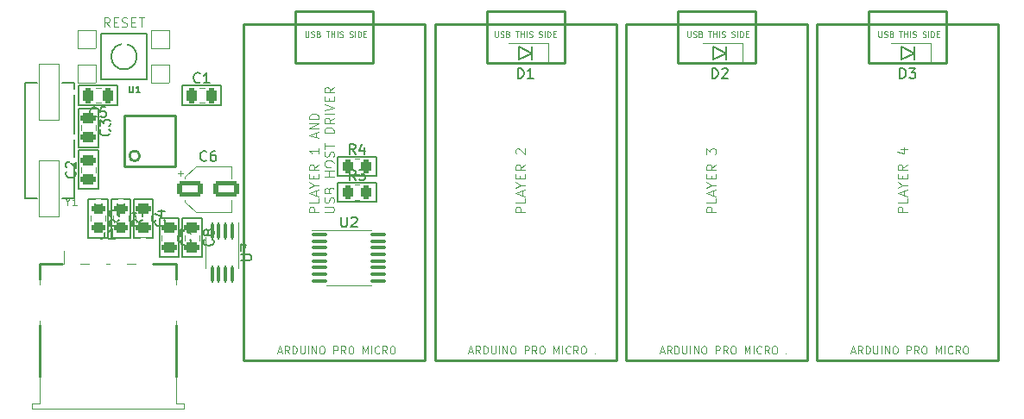
<source format=gbr>
%TF.GenerationSoftware,KiCad,Pcbnew,(6.0.7)*%
%TF.CreationDate,2022-08-19T11:16:44-06:00*%
%TF.ProjectId,ogx360,6f677833-3630-42e6-9b69-6361645f7063,rev?*%
%TF.SameCoordinates,Original*%
%TF.FileFunction,Legend,Top*%
%TF.FilePolarity,Positive*%
%FSLAX46Y46*%
G04 Gerber Fmt 4.6, Leading zero omitted, Abs format (unit mm)*
G04 Created by KiCad (PCBNEW (6.0.7)) date 2022-08-19 11:16:44*
%MOMM*%
%LPD*%
G01*
G04 APERTURE LIST*
G04 Aperture macros list*
%AMRoundRect*
0 Rectangle with rounded corners*
0 $1 Rounding radius*
0 $2 $3 $4 $5 $6 $7 $8 $9 X,Y pos of 4 corners*
0 Add a 4 corners polygon primitive as box body*
4,1,4,$2,$3,$4,$5,$6,$7,$8,$9,$2,$3,0*
0 Add four circle primitives for the rounded corners*
1,1,$1+$1,$2,$3*
1,1,$1+$1,$4,$5*
1,1,$1+$1,$6,$7*
1,1,$1+$1,$8,$9*
0 Add four rect primitives between the rounded corners*
20,1,$1+$1,$2,$3,$4,$5,0*
20,1,$1+$1,$4,$5,$6,$7,0*
20,1,$1+$1,$6,$7,$8,$9,0*
20,1,$1+$1,$8,$9,$2,$3,0*%
G04 Aperture macros list end*
%ADD10C,0.200000*%
%ADD11C,0.254000*%
%ADD12C,0.048768*%
%ADD13C,0.081280*%
%ADD14C,0.150000*%
%ADD15C,0.065024*%
%ADD16C,0.073842*%
%ADD17C,0.120000*%
%ADD18C,0.127000*%
%ADD19RoundRect,0.250000X-1.050000X-0.550000X1.050000X-0.550000X1.050000X0.550000X-1.050000X0.550000X0*%
%ADD20R,0.254000X1.143000*%
%ADD21R,1.143000X0.254000*%
%ADD22RoundRect,0.250000X-0.262500X-0.450000X0.262500X-0.450000X0.262500X0.450000X-0.262500X0.450000X0*%
%ADD23R,0.900000X1.200000*%
%ADD24C,1.981600*%
%ADD25RoundRect,0.250000X0.475000X-0.250000X0.475000X0.250000X-0.475000X0.250000X-0.475000X-0.250000X0*%
%ADD26R,1.250000X3.000000*%
%ADD27C,3.000000*%
%ADD28RoundRect,0.250000X0.250000X0.475000X-0.250000X0.475000X-0.250000X-0.475000X0.250000X-0.475000X0*%
%ADD29RoundRect,0.100000X-0.100000X0.712500X-0.100000X-0.712500X0.100000X-0.712500X0.100000X0.712500X0*%
%ADD30RoundRect,0.250000X-0.475000X0.250000X-0.475000X-0.250000X0.475000X-0.250000X0.475000X0.250000X0*%
%ADD31RoundRect,0.050800X-0.889000X-0.889000X0.889000X-0.889000X0.889000X0.889000X-0.889000X0.889000X0*%
%ADD32RoundRect,0.050800X-0.889000X-0.889500X0.889000X-0.889500X0.889000X0.889500X-0.889000X0.889500X0*%
%ADD33RoundRect,0.250000X-0.450000X0.262500X-0.450000X-0.262500X0.450000X-0.262500X0.450000X0.262500X0*%
%ADD34RoundRect,0.050800X1.000000X-2.750000X1.000000X2.750000X-1.000000X2.750000X-1.000000X-2.750000X0*%
%ADD35RoundRect,0.100000X-0.637500X-0.100000X0.637500X-0.100000X0.637500X0.100000X-0.637500X0.100000X0*%
%ADD36RoundRect,0.250000X-0.250000X-0.475000X0.250000X-0.475000X0.250000X0.475000X-0.250000X0.475000X0*%
%ADD37C,0.609600*%
%ADD38C,0.800000*%
G04 APERTURE END LIST*
D10*
X185661100Y-91573700D02*
X186931100Y-90938700D01*
X105016100Y-94113700D02*
X108826100Y-94113700D01*
X118986100Y-96018700D02*
X115176100Y-96018700D01*
X118986100Y-94113700D02*
X118986100Y-96018700D01*
X106921100Y-96336200D02*
X106921100Y-100146200D01*
X112953600Y-110941200D02*
X112953600Y-107131200D01*
X105968600Y-105226200D02*
X107873600Y-105226200D01*
X149466100Y-90938700D02*
X148196100Y-90303700D01*
X108826100Y-94113700D02*
X108826100Y-96018700D01*
X112953600Y-107131200D02*
X114858600Y-107131200D01*
X110413600Y-105226200D02*
X112318600Y-105226200D01*
X130416100Y-103003700D02*
X130416100Y-101098700D01*
X106921100Y-100463700D02*
X106921100Y-104273700D01*
X114858600Y-107131200D02*
X114858600Y-110941200D01*
X168516100Y-90938700D02*
X167246100Y-90303700D01*
X149466100Y-90303700D02*
X149466100Y-91573700D01*
X110096100Y-109036200D02*
X108191100Y-109036200D01*
X105016100Y-100146200D02*
X105016100Y-96336200D01*
D11*
X101206100Y-113163700D02*
X101206100Y-111576200D01*
D10*
X112318600Y-105226200D02*
X112318600Y-109036200D01*
X112318600Y-109036200D02*
X110413600Y-109036200D01*
X117081100Y-107131200D02*
X117081100Y-110941200D01*
X115176100Y-94113700D02*
X118986100Y-94113700D01*
X107873600Y-109036200D02*
X105968600Y-109036200D01*
X105968600Y-109036200D02*
X105968600Y-105226200D01*
X130416100Y-101098700D02*
X134226100Y-101098700D01*
D11*
X114541100Y-122688700D02*
X114541100Y-117608700D01*
D10*
X105016100Y-96018700D02*
X105016100Y-94113700D01*
X167246100Y-91573700D02*
X168516100Y-90938700D01*
X185661100Y-90303700D02*
X185661100Y-91573700D01*
X186931100Y-90938700D02*
X185661100Y-90303700D01*
X134226100Y-101098700D02*
X134226100Y-103003700D01*
X105016100Y-100463700D02*
X106921100Y-100463700D01*
X148196100Y-90303700D02*
X148196100Y-91573700D01*
X134226100Y-105543700D02*
X130416100Y-105543700D01*
X110413600Y-109036200D02*
X110413600Y-105226200D01*
X106921100Y-100146200D02*
X105016100Y-100146200D01*
X110096100Y-105226200D02*
X110096100Y-109036200D01*
X115176100Y-107131200D02*
X117081100Y-107131200D01*
X168516100Y-90303700D02*
X168516100Y-91573700D01*
X108826100Y-96018700D02*
X105016100Y-96018700D01*
D11*
X114541100Y-111576200D02*
X114541100Y-113163700D01*
D10*
X114858600Y-110941200D02*
X112953600Y-110941200D01*
X134226100Y-103003700D02*
X130416100Y-103003700D01*
D11*
X101206100Y-111576200D02*
X103428600Y-111576200D01*
D10*
X130416100Y-105543700D02*
X130416100Y-103638700D01*
X108191100Y-105226200D02*
X110096100Y-105226200D01*
D11*
X101206100Y-122688700D02*
X101206100Y-117608700D01*
D10*
X115176100Y-110941200D02*
X115176100Y-107131200D01*
X105016100Y-96336200D02*
X106921100Y-96336200D01*
X107873600Y-105226200D02*
X107873600Y-109036200D01*
X130416100Y-103638700D02*
X134226100Y-103638700D01*
X186931100Y-90303700D02*
X186931100Y-91573700D01*
X108191100Y-109036200D02*
X108191100Y-105226200D01*
X115176100Y-96018700D02*
X115176100Y-94113700D01*
X148196100Y-91573700D02*
X149466100Y-90938700D01*
X117081100Y-110941200D02*
X115176100Y-110941200D01*
D11*
X112318600Y-111576200D02*
X114541100Y-111576200D01*
D10*
X167246100Y-90303700D02*
X167246100Y-91573700D01*
X106921100Y-104273700D02*
X105016100Y-104273700D01*
X105016100Y-104273700D02*
X105016100Y-100463700D01*
X134226100Y-103638700D02*
X134226100Y-105543700D01*
D12*
X183445080Y-88763661D02*
X183445080Y-89217668D01*
X183471786Y-89271081D01*
X183498493Y-89297787D01*
X183551905Y-89324493D01*
X183658730Y-89324493D01*
X183712143Y-89297787D01*
X183738849Y-89271081D01*
X183765556Y-89217668D01*
X183765556Y-88763661D01*
X184005912Y-89297787D02*
X184086031Y-89324493D01*
X184219562Y-89324493D01*
X184272975Y-89297787D01*
X184299681Y-89271081D01*
X184326388Y-89217668D01*
X184326388Y-89164256D01*
X184299681Y-89110843D01*
X184272975Y-89084137D01*
X184219562Y-89057430D01*
X184112737Y-89030724D01*
X184059325Y-89004018D01*
X184032618Y-88977312D01*
X184005912Y-88923899D01*
X184005912Y-88870486D01*
X184032618Y-88817074D01*
X184059325Y-88790368D01*
X184112737Y-88763661D01*
X184246269Y-88763661D01*
X184326388Y-88790368D01*
X184753688Y-89030724D02*
X184833807Y-89057430D01*
X184860513Y-89084137D01*
X184887220Y-89137549D01*
X184887220Y-89217668D01*
X184860513Y-89271081D01*
X184833807Y-89297787D01*
X184780394Y-89324493D01*
X184566744Y-89324493D01*
X184566744Y-88763661D01*
X184753688Y-88763661D01*
X184807101Y-88790368D01*
X184833807Y-88817074D01*
X184860513Y-88870486D01*
X184860513Y-88923899D01*
X184833807Y-88977312D01*
X184807101Y-89004018D01*
X184753688Y-89030724D01*
X184566744Y-89030724D01*
X185474758Y-88763661D02*
X185795233Y-88763661D01*
X185634996Y-89324493D02*
X185634996Y-88763661D01*
X185982177Y-89324493D02*
X185982177Y-88763661D01*
X185982177Y-89030724D02*
X186302653Y-89030724D01*
X186302653Y-89324493D02*
X186302653Y-88763661D01*
X186569716Y-89324493D02*
X186569716Y-88763661D01*
X186810072Y-89297787D02*
X186890191Y-89324493D01*
X187023722Y-89324493D01*
X187077135Y-89297787D01*
X187103841Y-89271081D01*
X187130548Y-89217668D01*
X187130548Y-89164256D01*
X187103841Y-89110843D01*
X187077135Y-89084137D01*
X187023722Y-89057430D01*
X186916897Y-89030724D01*
X186863485Y-89004018D01*
X186836778Y-88977312D01*
X186810072Y-88923899D01*
X186810072Y-88870486D01*
X186836778Y-88817074D01*
X186863485Y-88790368D01*
X186916897Y-88763661D01*
X187050429Y-88763661D01*
X187130548Y-88790368D01*
X187771498Y-89297787D02*
X187851617Y-89324493D01*
X187985149Y-89324493D01*
X188038561Y-89297787D01*
X188065268Y-89271081D01*
X188091974Y-89217668D01*
X188091974Y-89164256D01*
X188065268Y-89110843D01*
X188038561Y-89084137D01*
X187985149Y-89057430D01*
X187878324Y-89030724D01*
X187824911Y-89004018D01*
X187798205Y-88977312D01*
X187771498Y-88923899D01*
X187771498Y-88870486D01*
X187798205Y-88817074D01*
X187824911Y-88790368D01*
X187878324Y-88763661D01*
X188011855Y-88763661D01*
X188091974Y-88790368D01*
X188332330Y-89324493D02*
X188332330Y-88763661D01*
X188599393Y-89324493D02*
X188599393Y-88763661D01*
X188732925Y-88763661D01*
X188813044Y-88790368D01*
X188866456Y-88843780D01*
X188893162Y-88897193D01*
X188919869Y-89004018D01*
X188919869Y-89084137D01*
X188893162Y-89190962D01*
X188866456Y-89244374D01*
X188813044Y-89297787D01*
X188732925Y-89324493D01*
X188599393Y-89324493D01*
X189160225Y-89030724D02*
X189347169Y-89030724D01*
X189427288Y-89324493D02*
X189160225Y-89324493D01*
X189160225Y-88763661D01*
X189427288Y-88763661D01*
D13*
X167519089Y-106538315D02*
X166584369Y-106538315D01*
X166584369Y-106182231D01*
X166628880Y-106093210D01*
X166673390Y-106048700D01*
X166762411Y-106004189D01*
X166895942Y-106004189D01*
X166984963Y-106048700D01*
X167029474Y-106093210D01*
X167073984Y-106182231D01*
X167073984Y-106538315D01*
X167519089Y-105158490D02*
X167519089Y-105603595D01*
X166584369Y-105603595D01*
X167252026Y-104891428D02*
X167252026Y-104446323D01*
X167519089Y-104980448D02*
X166584369Y-104668875D01*
X167519089Y-104357302D01*
X167073984Y-103867687D02*
X167519089Y-103867687D01*
X166584369Y-104179260D02*
X167073984Y-103867687D01*
X166584369Y-103556113D01*
X167029474Y-103244540D02*
X167029474Y-102932967D01*
X167519089Y-102799435D02*
X167519089Y-103244540D01*
X166584369Y-103244540D01*
X166584369Y-102799435D01*
X167519089Y-101864715D02*
X167073984Y-102176288D01*
X167519089Y-102398841D02*
X166584369Y-102398841D01*
X166584369Y-102042757D01*
X166628880Y-101953736D01*
X166673390Y-101909226D01*
X166762411Y-101864715D01*
X166895942Y-101864715D01*
X166984963Y-101909226D01*
X167029474Y-101953736D01*
X167073984Y-102042757D01*
X167073984Y-102398841D01*
X166584369Y-100840974D02*
X166584369Y-100262338D01*
X166940453Y-100573911D01*
X166940453Y-100440380D01*
X166984963Y-100351359D01*
X167029474Y-100306848D01*
X167118495Y-100262338D01*
X167341047Y-100262338D01*
X167430068Y-100306848D01*
X167474579Y-100351359D01*
X167519089Y-100440380D01*
X167519089Y-100707443D01*
X167474579Y-100796464D01*
X167430068Y-100840974D01*
X186251589Y-106538315D02*
X185316869Y-106538315D01*
X185316869Y-106182231D01*
X185361380Y-106093210D01*
X185405890Y-106048700D01*
X185494911Y-106004189D01*
X185628442Y-106004189D01*
X185717463Y-106048700D01*
X185761974Y-106093210D01*
X185806484Y-106182231D01*
X185806484Y-106538315D01*
X186251589Y-105158490D02*
X186251589Y-105603595D01*
X185316869Y-105603595D01*
X185984526Y-104891428D02*
X185984526Y-104446323D01*
X186251589Y-104980448D02*
X185316869Y-104668875D01*
X186251589Y-104357302D01*
X185806484Y-103867687D02*
X186251589Y-103867687D01*
X185316869Y-104179260D02*
X185806484Y-103867687D01*
X185316869Y-103556113D01*
X185761974Y-103244540D02*
X185761974Y-102932967D01*
X186251589Y-102799435D02*
X186251589Y-103244540D01*
X185316869Y-103244540D01*
X185316869Y-102799435D01*
X186251589Y-101864715D02*
X185806484Y-102176288D01*
X186251589Y-102398841D02*
X185316869Y-102398841D01*
X185316869Y-102042757D01*
X185361380Y-101953736D01*
X185405890Y-101909226D01*
X185494911Y-101864715D01*
X185628442Y-101864715D01*
X185717463Y-101909226D01*
X185761974Y-101953736D01*
X185806484Y-102042757D01*
X185806484Y-102398841D01*
X185628442Y-100351359D02*
X186251589Y-100351359D01*
X185272359Y-100573911D02*
X185940016Y-100796464D01*
X185940016Y-100217828D01*
D12*
X127247580Y-88763661D02*
X127247580Y-89217668D01*
X127274286Y-89271081D01*
X127300993Y-89297787D01*
X127354405Y-89324493D01*
X127461230Y-89324493D01*
X127514643Y-89297787D01*
X127541349Y-89271081D01*
X127568056Y-89217668D01*
X127568056Y-88763661D01*
X127808412Y-89297787D02*
X127888531Y-89324493D01*
X128022062Y-89324493D01*
X128075475Y-89297787D01*
X128102181Y-89271081D01*
X128128888Y-89217668D01*
X128128888Y-89164256D01*
X128102181Y-89110843D01*
X128075475Y-89084137D01*
X128022062Y-89057430D01*
X127915237Y-89030724D01*
X127861825Y-89004018D01*
X127835118Y-88977312D01*
X127808412Y-88923899D01*
X127808412Y-88870486D01*
X127835118Y-88817074D01*
X127861825Y-88790368D01*
X127915237Y-88763661D01*
X128048769Y-88763661D01*
X128128888Y-88790368D01*
X128556188Y-89030724D02*
X128636307Y-89057430D01*
X128663013Y-89084137D01*
X128689720Y-89137549D01*
X128689720Y-89217668D01*
X128663013Y-89271081D01*
X128636307Y-89297787D01*
X128582894Y-89324493D01*
X128369244Y-89324493D01*
X128369244Y-88763661D01*
X128556188Y-88763661D01*
X128609601Y-88790368D01*
X128636307Y-88817074D01*
X128663013Y-88870486D01*
X128663013Y-88923899D01*
X128636307Y-88977312D01*
X128609601Y-89004018D01*
X128556188Y-89030724D01*
X128369244Y-89030724D01*
X129277258Y-88763661D02*
X129597733Y-88763661D01*
X129437496Y-89324493D02*
X129437496Y-88763661D01*
X129784677Y-89324493D02*
X129784677Y-88763661D01*
X129784677Y-89030724D02*
X130105153Y-89030724D01*
X130105153Y-89324493D02*
X130105153Y-88763661D01*
X130372216Y-89324493D02*
X130372216Y-88763661D01*
X130612572Y-89297787D02*
X130692691Y-89324493D01*
X130826222Y-89324493D01*
X130879635Y-89297787D01*
X130906341Y-89271081D01*
X130933048Y-89217668D01*
X130933048Y-89164256D01*
X130906341Y-89110843D01*
X130879635Y-89084137D01*
X130826222Y-89057430D01*
X130719397Y-89030724D01*
X130665985Y-89004018D01*
X130639278Y-88977312D01*
X130612572Y-88923899D01*
X130612572Y-88870486D01*
X130639278Y-88817074D01*
X130665985Y-88790368D01*
X130719397Y-88763661D01*
X130852929Y-88763661D01*
X130933048Y-88790368D01*
X131573998Y-89297787D02*
X131654117Y-89324493D01*
X131787649Y-89324493D01*
X131841061Y-89297787D01*
X131867768Y-89271081D01*
X131894474Y-89217668D01*
X131894474Y-89164256D01*
X131867768Y-89110843D01*
X131841061Y-89084137D01*
X131787649Y-89057430D01*
X131680824Y-89030724D01*
X131627411Y-89004018D01*
X131600705Y-88977312D01*
X131573998Y-88923899D01*
X131573998Y-88870486D01*
X131600705Y-88817074D01*
X131627411Y-88790368D01*
X131680824Y-88763661D01*
X131814355Y-88763661D01*
X131894474Y-88790368D01*
X132134830Y-89324493D02*
X132134830Y-88763661D01*
X132401893Y-89324493D02*
X132401893Y-88763661D01*
X132535425Y-88763661D01*
X132615544Y-88790368D01*
X132668956Y-88843780D01*
X132695662Y-88897193D01*
X132722369Y-89004018D01*
X132722369Y-89084137D01*
X132695662Y-89190962D01*
X132668956Y-89244374D01*
X132615544Y-89297787D01*
X132535425Y-89324493D01*
X132401893Y-89324493D01*
X132962725Y-89030724D02*
X133149669Y-89030724D01*
X133229788Y-89324493D02*
X132962725Y-89324493D01*
X132962725Y-88763661D01*
X133229788Y-88763661D01*
D13*
X148786589Y-106538315D02*
X147851869Y-106538315D01*
X147851869Y-106182231D01*
X147896380Y-106093210D01*
X147940890Y-106048700D01*
X148029911Y-106004189D01*
X148163442Y-106004189D01*
X148252463Y-106048700D01*
X148296974Y-106093210D01*
X148341484Y-106182231D01*
X148341484Y-106538315D01*
X148786589Y-105158490D02*
X148786589Y-105603595D01*
X147851869Y-105603595D01*
X148519526Y-104891428D02*
X148519526Y-104446323D01*
X148786589Y-104980448D02*
X147851869Y-104668875D01*
X148786589Y-104357302D01*
X148341484Y-103867687D02*
X148786589Y-103867687D01*
X147851869Y-104179260D02*
X148341484Y-103867687D01*
X147851869Y-103556113D01*
X148296974Y-103244540D02*
X148296974Y-102932967D01*
X148786589Y-102799435D02*
X148786589Y-103244540D01*
X147851869Y-103244540D01*
X147851869Y-102799435D01*
X148786589Y-101864715D02*
X148341484Y-102176288D01*
X148786589Y-102398841D02*
X147851869Y-102398841D01*
X147851869Y-102042757D01*
X147896380Y-101953736D01*
X147940890Y-101909226D01*
X148029911Y-101864715D01*
X148163442Y-101864715D01*
X148252463Y-101909226D01*
X148296974Y-101953736D01*
X148341484Y-102042757D01*
X148341484Y-102398841D01*
X147940890Y-100796464D02*
X147896380Y-100751953D01*
X147851869Y-100662932D01*
X147851869Y-100440380D01*
X147896380Y-100351359D01*
X147940890Y-100306848D01*
X148029911Y-100262338D01*
X148118932Y-100262338D01*
X148252463Y-100306848D01*
X148786589Y-100840974D01*
X148786589Y-100262338D01*
X108048110Y-88354189D02*
X107736536Y-87909084D01*
X107513984Y-88354189D02*
X107513984Y-87419469D01*
X107870068Y-87419469D01*
X107959089Y-87463980D01*
X108003599Y-87508490D01*
X108048110Y-87597511D01*
X108048110Y-87731042D01*
X108003599Y-87820063D01*
X107959089Y-87864574D01*
X107870068Y-87909084D01*
X107513984Y-87909084D01*
X108448704Y-87864574D02*
X108760277Y-87864574D01*
X108893809Y-88354189D02*
X108448704Y-88354189D01*
X108448704Y-87419469D01*
X108893809Y-87419469D01*
X109249892Y-88309679D02*
X109383424Y-88354189D01*
X109605976Y-88354189D01*
X109694997Y-88309679D01*
X109739508Y-88265168D01*
X109784018Y-88176147D01*
X109784018Y-88087126D01*
X109739508Y-87998105D01*
X109694997Y-87953595D01*
X109605976Y-87909084D01*
X109427934Y-87864574D01*
X109338913Y-87820063D01*
X109294403Y-87775553D01*
X109249892Y-87686532D01*
X109249892Y-87597511D01*
X109294403Y-87508490D01*
X109338913Y-87463980D01*
X109427934Y-87419469D01*
X109650487Y-87419469D01*
X109784018Y-87463980D01*
X110184612Y-87864574D02*
X110496186Y-87864574D01*
X110629717Y-88354189D02*
X110184612Y-88354189D01*
X110184612Y-87419469D01*
X110629717Y-87419469D01*
X110896780Y-87419469D02*
X111430906Y-87419469D01*
X111163843Y-88354189D02*
X111163843Y-87419469D01*
D12*
X164712580Y-88763661D02*
X164712580Y-89217668D01*
X164739286Y-89271081D01*
X164765993Y-89297787D01*
X164819405Y-89324493D01*
X164926230Y-89324493D01*
X164979643Y-89297787D01*
X165006349Y-89271081D01*
X165033056Y-89217668D01*
X165033056Y-88763661D01*
X165273412Y-89297787D02*
X165353531Y-89324493D01*
X165487062Y-89324493D01*
X165540475Y-89297787D01*
X165567181Y-89271081D01*
X165593888Y-89217668D01*
X165593888Y-89164256D01*
X165567181Y-89110843D01*
X165540475Y-89084137D01*
X165487062Y-89057430D01*
X165380237Y-89030724D01*
X165326825Y-89004018D01*
X165300118Y-88977312D01*
X165273412Y-88923899D01*
X165273412Y-88870486D01*
X165300118Y-88817074D01*
X165326825Y-88790368D01*
X165380237Y-88763661D01*
X165513769Y-88763661D01*
X165593888Y-88790368D01*
X166021188Y-89030724D02*
X166101307Y-89057430D01*
X166128013Y-89084137D01*
X166154720Y-89137549D01*
X166154720Y-89217668D01*
X166128013Y-89271081D01*
X166101307Y-89297787D01*
X166047894Y-89324493D01*
X165834244Y-89324493D01*
X165834244Y-88763661D01*
X166021188Y-88763661D01*
X166074601Y-88790368D01*
X166101307Y-88817074D01*
X166128013Y-88870486D01*
X166128013Y-88923899D01*
X166101307Y-88977312D01*
X166074601Y-89004018D01*
X166021188Y-89030724D01*
X165834244Y-89030724D01*
X166742258Y-88763661D02*
X167062733Y-88763661D01*
X166902496Y-89324493D02*
X166902496Y-88763661D01*
X167249677Y-89324493D02*
X167249677Y-88763661D01*
X167249677Y-89030724D02*
X167570153Y-89030724D01*
X167570153Y-89324493D02*
X167570153Y-88763661D01*
X167837216Y-89324493D02*
X167837216Y-88763661D01*
X168077572Y-89297787D02*
X168157691Y-89324493D01*
X168291222Y-89324493D01*
X168344635Y-89297787D01*
X168371341Y-89271081D01*
X168398048Y-89217668D01*
X168398048Y-89164256D01*
X168371341Y-89110843D01*
X168344635Y-89084137D01*
X168291222Y-89057430D01*
X168184397Y-89030724D01*
X168130985Y-89004018D01*
X168104278Y-88977312D01*
X168077572Y-88923899D01*
X168077572Y-88870486D01*
X168104278Y-88817074D01*
X168130985Y-88790368D01*
X168184397Y-88763661D01*
X168317929Y-88763661D01*
X168398048Y-88790368D01*
X169038998Y-89297787D02*
X169119117Y-89324493D01*
X169252649Y-89324493D01*
X169306061Y-89297787D01*
X169332768Y-89271081D01*
X169359474Y-89217668D01*
X169359474Y-89164256D01*
X169332768Y-89110843D01*
X169306061Y-89084137D01*
X169252649Y-89057430D01*
X169145824Y-89030724D01*
X169092411Y-89004018D01*
X169065705Y-88977312D01*
X169038998Y-88923899D01*
X169038998Y-88870486D01*
X169065705Y-88817074D01*
X169092411Y-88790368D01*
X169145824Y-88763661D01*
X169279355Y-88763661D01*
X169359474Y-88790368D01*
X169599830Y-89324493D02*
X169599830Y-88763661D01*
X169866893Y-89324493D02*
X169866893Y-88763661D01*
X170000425Y-88763661D01*
X170080544Y-88790368D01*
X170133956Y-88843780D01*
X170160662Y-88897193D01*
X170187369Y-89004018D01*
X170187369Y-89084137D01*
X170160662Y-89190962D01*
X170133956Y-89244374D01*
X170080544Y-89297787D01*
X170000425Y-89324493D01*
X169866893Y-89324493D01*
X170427725Y-89030724D02*
X170614669Y-89030724D01*
X170694788Y-89324493D02*
X170427725Y-89324493D01*
X170427725Y-88763661D01*
X170694788Y-88763661D01*
D13*
X128549190Y-106538315D02*
X127614470Y-106538315D01*
X127614470Y-106182231D01*
X127658981Y-106093210D01*
X127703491Y-106048700D01*
X127792512Y-106004189D01*
X127926043Y-106004189D01*
X128015064Y-106048700D01*
X128059575Y-106093210D01*
X128104085Y-106182231D01*
X128104085Y-106538315D01*
X128549190Y-105158490D02*
X128549190Y-105603595D01*
X127614470Y-105603595D01*
X128282127Y-104891428D02*
X128282127Y-104446323D01*
X128549190Y-104980448D02*
X127614470Y-104668875D01*
X128549190Y-104357302D01*
X128104085Y-103867687D02*
X128549190Y-103867687D01*
X127614470Y-104179260D02*
X128104085Y-103867687D01*
X127614470Y-103556113D01*
X128059575Y-103244540D02*
X128059575Y-102932967D01*
X128549190Y-102799435D02*
X128549190Y-103244540D01*
X127614470Y-103244540D01*
X127614470Y-102799435D01*
X128549190Y-101864715D02*
X128104085Y-102176288D01*
X128549190Y-102398841D02*
X127614470Y-102398841D01*
X127614470Y-102042757D01*
X127658981Y-101953736D01*
X127703491Y-101909226D01*
X127792512Y-101864715D01*
X127926043Y-101864715D01*
X128015064Y-101909226D01*
X128059575Y-101953736D01*
X128104085Y-102042757D01*
X128104085Y-102398841D01*
X128549190Y-100262338D02*
X128549190Y-100796464D01*
X128549190Y-100529401D02*
X127614470Y-100529401D01*
X127748001Y-100618422D01*
X127837022Y-100707443D01*
X127881533Y-100796464D01*
X128282127Y-99194087D02*
X128282127Y-98748982D01*
X128549190Y-99283108D02*
X127614470Y-98971534D01*
X128549190Y-98659961D01*
X128549190Y-98348388D02*
X127614470Y-98348388D01*
X128549190Y-97814262D01*
X127614470Y-97814262D01*
X128549190Y-97369157D02*
X127614470Y-97369157D01*
X127614470Y-97146605D01*
X127658981Y-97013073D01*
X127748001Y-96924052D01*
X127837022Y-96879542D01*
X128015064Y-96835031D01*
X128148596Y-96835031D01*
X128326638Y-96879542D01*
X128415659Y-96924052D01*
X128504680Y-97013073D01*
X128549190Y-97146605D01*
X128549190Y-97369157D01*
X129119369Y-106538315D02*
X129876047Y-106538315D01*
X129965068Y-106493805D01*
X130009579Y-106449294D01*
X130054089Y-106360273D01*
X130054089Y-106182231D01*
X130009579Y-106093210D01*
X129965068Y-106048700D01*
X129876047Y-106004189D01*
X129119369Y-106004189D01*
X130009579Y-105603595D02*
X130054089Y-105470064D01*
X130054089Y-105247511D01*
X130009579Y-105158490D01*
X129965068Y-105113980D01*
X129876047Y-105069469D01*
X129787026Y-105069469D01*
X129698005Y-105113980D01*
X129653495Y-105158490D01*
X129608984Y-105247511D01*
X129564474Y-105425553D01*
X129519963Y-105514574D01*
X129475453Y-105559085D01*
X129386432Y-105603595D01*
X129297411Y-105603595D01*
X129208390Y-105559085D01*
X129163880Y-105514574D01*
X129119369Y-105425553D01*
X129119369Y-105203001D01*
X129163880Y-105069469D01*
X129564474Y-104357302D02*
X129608984Y-104223770D01*
X129653495Y-104179260D01*
X129742516Y-104134749D01*
X129876047Y-104134749D01*
X129965068Y-104179260D01*
X130009579Y-104223770D01*
X130054089Y-104312791D01*
X130054089Y-104668875D01*
X129119369Y-104668875D01*
X129119369Y-104357302D01*
X129163880Y-104268281D01*
X129208390Y-104223770D01*
X129297411Y-104179260D01*
X129386432Y-104179260D01*
X129475453Y-104223770D01*
X129519963Y-104268281D01*
X129564474Y-104357302D01*
X129564474Y-104668875D01*
X130054089Y-103021988D02*
X129119369Y-103021988D01*
X129564474Y-103021988D02*
X129564474Y-102487862D01*
X130054089Y-102487862D02*
X129119369Y-102487862D01*
X129119369Y-101864715D02*
X129119369Y-101686673D01*
X129163880Y-101597652D01*
X129252900Y-101508631D01*
X129430942Y-101464121D01*
X129742516Y-101464121D01*
X129920558Y-101508631D01*
X130009579Y-101597652D01*
X130054089Y-101686673D01*
X130054089Y-101864715D01*
X130009579Y-101953736D01*
X129920558Y-102042757D01*
X129742516Y-102087268D01*
X129430942Y-102087268D01*
X129252900Y-102042757D01*
X129163880Y-101953736D01*
X129119369Y-101864715D01*
X130009579Y-101108037D02*
X130054089Y-100974506D01*
X130054089Y-100751953D01*
X130009579Y-100662932D01*
X129965068Y-100618422D01*
X129876047Y-100573911D01*
X129787026Y-100573911D01*
X129698005Y-100618422D01*
X129653495Y-100662932D01*
X129608984Y-100751953D01*
X129564474Y-100929995D01*
X129519963Y-101019016D01*
X129475453Y-101063527D01*
X129386432Y-101108037D01*
X129297411Y-101108037D01*
X129208390Y-101063527D01*
X129163880Y-101019016D01*
X129119369Y-100929995D01*
X129119369Y-100707443D01*
X129163880Y-100573911D01*
X129119369Y-100306848D02*
X129119369Y-99772723D01*
X130054089Y-100039786D02*
X129119369Y-100039786D01*
X130054089Y-98748982D02*
X129119369Y-98748982D01*
X129119369Y-98526429D01*
X129163880Y-98392898D01*
X129252900Y-98303877D01*
X129341921Y-98259367D01*
X129519963Y-98214856D01*
X129653495Y-98214856D01*
X129831537Y-98259367D01*
X129920558Y-98303877D01*
X130009579Y-98392898D01*
X130054089Y-98526429D01*
X130054089Y-98748982D01*
X130054089Y-97280136D02*
X129608984Y-97591709D01*
X130054089Y-97814262D02*
X129119369Y-97814262D01*
X129119369Y-97458178D01*
X129163880Y-97369157D01*
X129208390Y-97324647D01*
X129297411Y-97280136D01*
X129430942Y-97280136D01*
X129519963Y-97324647D01*
X129564474Y-97369157D01*
X129608984Y-97458178D01*
X129608984Y-97814262D01*
X130054089Y-96879542D02*
X129119369Y-96879542D01*
X129119369Y-96567968D02*
X130054089Y-96256395D01*
X129119369Y-95944822D01*
X129564474Y-95633248D02*
X129564474Y-95321675D01*
X130054089Y-95188144D02*
X130054089Y-95633248D01*
X129119369Y-95633248D01*
X129119369Y-95188144D01*
X130054089Y-94253424D02*
X129608984Y-94564997D01*
X130054089Y-94787549D02*
X129119369Y-94787549D01*
X129119369Y-94431466D01*
X129163880Y-94342445D01*
X129208390Y-94297934D01*
X129297411Y-94253424D01*
X129430942Y-94253424D01*
X129519963Y-94297934D01*
X129564474Y-94342445D01*
X129608984Y-94431466D01*
X129608984Y-94787549D01*
D12*
X145821330Y-88763661D02*
X145821330Y-89217668D01*
X145848036Y-89271081D01*
X145874743Y-89297787D01*
X145928155Y-89324493D01*
X146034980Y-89324493D01*
X146088393Y-89297787D01*
X146115099Y-89271081D01*
X146141806Y-89217668D01*
X146141806Y-88763661D01*
X146382162Y-89297787D02*
X146462281Y-89324493D01*
X146595812Y-89324493D01*
X146649225Y-89297787D01*
X146675931Y-89271081D01*
X146702638Y-89217668D01*
X146702638Y-89164256D01*
X146675931Y-89110843D01*
X146649225Y-89084137D01*
X146595812Y-89057430D01*
X146488987Y-89030724D01*
X146435575Y-89004018D01*
X146408868Y-88977312D01*
X146382162Y-88923899D01*
X146382162Y-88870486D01*
X146408868Y-88817074D01*
X146435575Y-88790368D01*
X146488987Y-88763661D01*
X146622519Y-88763661D01*
X146702638Y-88790368D01*
X147129938Y-89030724D02*
X147210057Y-89057430D01*
X147236763Y-89084137D01*
X147263470Y-89137549D01*
X147263470Y-89217668D01*
X147236763Y-89271081D01*
X147210057Y-89297787D01*
X147156644Y-89324493D01*
X146942994Y-89324493D01*
X146942994Y-88763661D01*
X147129938Y-88763661D01*
X147183351Y-88790368D01*
X147210057Y-88817074D01*
X147236763Y-88870486D01*
X147236763Y-88923899D01*
X147210057Y-88977312D01*
X147183351Y-89004018D01*
X147129938Y-89030724D01*
X146942994Y-89030724D01*
X147851008Y-88763661D02*
X148171483Y-88763661D01*
X148011246Y-89324493D02*
X148011246Y-88763661D01*
X148358427Y-89324493D02*
X148358427Y-88763661D01*
X148358427Y-89030724D02*
X148678903Y-89030724D01*
X148678903Y-89324493D02*
X148678903Y-88763661D01*
X148945966Y-89324493D02*
X148945966Y-88763661D01*
X149186322Y-89297787D02*
X149266441Y-89324493D01*
X149399972Y-89324493D01*
X149453385Y-89297787D01*
X149480091Y-89271081D01*
X149506798Y-89217668D01*
X149506798Y-89164256D01*
X149480091Y-89110843D01*
X149453385Y-89084137D01*
X149399972Y-89057430D01*
X149293147Y-89030724D01*
X149239735Y-89004018D01*
X149213028Y-88977312D01*
X149186322Y-88923899D01*
X149186322Y-88870486D01*
X149213028Y-88817074D01*
X149239735Y-88790368D01*
X149293147Y-88763661D01*
X149426679Y-88763661D01*
X149506798Y-88790368D01*
X150147748Y-89297787D02*
X150227867Y-89324493D01*
X150361399Y-89324493D01*
X150414811Y-89297787D01*
X150441518Y-89271081D01*
X150468224Y-89217668D01*
X150468224Y-89164256D01*
X150441518Y-89110843D01*
X150414811Y-89084137D01*
X150361399Y-89057430D01*
X150254574Y-89030724D01*
X150201161Y-89004018D01*
X150174455Y-88977312D01*
X150147748Y-88923899D01*
X150147748Y-88870486D01*
X150174455Y-88817074D01*
X150201161Y-88790368D01*
X150254574Y-88763661D01*
X150388105Y-88763661D01*
X150468224Y-88790368D01*
X150708580Y-89324493D02*
X150708580Y-88763661D01*
X150975643Y-89324493D02*
X150975643Y-88763661D01*
X151109175Y-88763661D01*
X151189294Y-88790368D01*
X151242706Y-88843780D01*
X151269412Y-88897193D01*
X151296119Y-89004018D01*
X151296119Y-89084137D01*
X151269412Y-89190962D01*
X151242706Y-89244374D01*
X151189294Y-89297787D01*
X151109175Y-89324493D01*
X150975643Y-89324493D01*
X151536475Y-89030724D02*
X151723419Y-89030724D01*
X151803538Y-89324493D02*
X151536475Y-89324493D01*
X151536475Y-88763661D01*
X151803538Y-88763661D01*
D14*
%TO.C,C6*%
X117549433Y-101430842D02*
X117501814Y-101478461D01*
X117358957Y-101526080D01*
X117263719Y-101526080D01*
X117120861Y-101478461D01*
X117025623Y-101383223D01*
X116978004Y-101287985D01*
X116930385Y-101097509D01*
X116930385Y-100954652D01*
X116978004Y-100764176D01*
X117025623Y-100668938D01*
X117120861Y-100573700D01*
X117263719Y-100526080D01*
X117358957Y-100526080D01*
X117501814Y-100573700D01*
X117549433Y-100621319D01*
X118406576Y-100526080D02*
X118216100Y-100526080D01*
X118120861Y-100573700D01*
X118073242Y-100621319D01*
X117978004Y-100764176D01*
X117930385Y-100954652D01*
X117930385Y-101335604D01*
X117978004Y-101430842D01*
X118025623Y-101478461D01*
X118120861Y-101526080D01*
X118311338Y-101526080D01*
X118406576Y-101478461D01*
X118454195Y-101430842D01*
X118501814Y-101335604D01*
X118501814Y-101097509D01*
X118454195Y-101002271D01*
X118406576Y-100954652D01*
X118311338Y-100907033D01*
X118120861Y-100907033D01*
X118025623Y-100954652D01*
X117978004Y-101002271D01*
X117930385Y-101097509D01*
%TO.C,U1*%
X110012091Y-94149315D02*
X110012091Y-94667718D01*
X110042585Y-94728707D01*
X110073080Y-94759201D01*
X110134068Y-94789695D01*
X110256045Y-94789695D01*
X110317034Y-94759201D01*
X110347528Y-94728707D01*
X110378022Y-94667718D01*
X110378022Y-94149315D01*
X111018402Y-94789695D02*
X110652471Y-94789695D01*
X110835437Y-94789695D02*
X110835437Y-94149315D01*
X110774448Y-94240798D01*
X110713460Y-94301787D01*
X110652471Y-94332281D01*
%TO.C,R3*%
X132154433Y-103393580D02*
X131821100Y-102917390D01*
X131583004Y-103393580D02*
X131583004Y-102393580D01*
X131963957Y-102393580D01*
X132059195Y-102441200D01*
X132106814Y-102488819D01*
X132154433Y-102584057D01*
X132154433Y-102726914D01*
X132106814Y-102822152D01*
X132059195Y-102869771D01*
X131963957Y-102917390D01*
X131583004Y-102917390D01*
X132487766Y-102393580D02*
X133106814Y-102393580D01*
X132773480Y-102774533D01*
X132916338Y-102774533D01*
X133011576Y-102822152D01*
X133059195Y-102869771D01*
X133106814Y-102965009D01*
X133106814Y-103203104D01*
X133059195Y-103298342D01*
X133011576Y-103345961D01*
X132916338Y-103393580D01*
X132630623Y-103393580D01*
X132535385Y-103345961D01*
X132487766Y-103298342D01*
%TO.C,D2*%
X167143004Y-93391080D02*
X167143004Y-92391080D01*
X167381100Y-92391080D01*
X167523957Y-92438700D01*
X167619195Y-92533938D01*
X167666814Y-92629176D01*
X167714433Y-92819652D01*
X167714433Y-92962509D01*
X167666814Y-93152985D01*
X167619195Y-93248223D01*
X167523957Y-93343461D01*
X167381100Y-93391080D01*
X167143004Y-93391080D01*
X168095385Y-92486319D02*
X168143004Y-92438700D01*
X168238242Y-92391080D01*
X168476338Y-92391080D01*
X168571576Y-92438700D01*
X168619195Y-92486319D01*
X168666814Y-92581557D01*
X168666814Y-92676795D01*
X168619195Y-92819652D01*
X168047766Y-93391080D01*
X168666814Y-93391080D01*
D15*
%TO.C,U7*%
X180765799Y-120216941D02*
X181121882Y-120216941D01*
X180694582Y-120430591D02*
X180943841Y-119682815D01*
X181193099Y-120430591D01*
X181869658Y-120430591D02*
X181620400Y-120074507D01*
X181442358Y-120430591D02*
X181442358Y-119682815D01*
X181727225Y-119682815D01*
X181798442Y-119718424D01*
X181834050Y-119754032D01*
X181869658Y-119825249D01*
X181869658Y-119932074D01*
X181834050Y-120003291D01*
X181798442Y-120038899D01*
X181727225Y-120074507D01*
X181442358Y-120074507D01*
X182190134Y-120430591D02*
X182190134Y-119682815D01*
X182368176Y-119682815D01*
X182475001Y-119718424D01*
X182546218Y-119789640D01*
X182581826Y-119860857D01*
X182617434Y-120003291D01*
X182617434Y-120110116D01*
X182581826Y-120252549D01*
X182546218Y-120323766D01*
X182475001Y-120394983D01*
X182368176Y-120430591D01*
X182190134Y-120430591D01*
X182937910Y-119682815D02*
X182937910Y-120288158D01*
X182973518Y-120359374D01*
X183009127Y-120394983D01*
X183080343Y-120430591D01*
X183222777Y-120430591D01*
X183293994Y-120394983D01*
X183329602Y-120359374D01*
X183365210Y-120288158D01*
X183365210Y-119682815D01*
X183721294Y-120430591D02*
X183721294Y-119682815D01*
X184077378Y-120430591D02*
X184077378Y-119682815D01*
X184504679Y-120430591D01*
X184504679Y-119682815D01*
X185003196Y-119682815D02*
X185145629Y-119682815D01*
X185216846Y-119718424D01*
X185288063Y-119789640D01*
X185323671Y-119932074D01*
X185323671Y-120181332D01*
X185288063Y-120323766D01*
X185216846Y-120394983D01*
X185145629Y-120430591D01*
X185003196Y-120430591D01*
X184931979Y-120394983D01*
X184860762Y-120323766D01*
X184825154Y-120181332D01*
X184825154Y-119932074D01*
X184860762Y-119789640D01*
X184931979Y-119718424D01*
X185003196Y-119682815D01*
X186213881Y-120430591D02*
X186213881Y-119682815D01*
X186498748Y-119682815D01*
X186569965Y-119718424D01*
X186605573Y-119754032D01*
X186641181Y-119825249D01*
X186641181Y-119932074D01*
X186605573Y-120003291D01*
X186569965Y-120038899D01*
X186498748Y-120074507D01*
X186213881Y-120074507D01*
X187388957Y-120430591D02*
X187139699Y-120074507D01*
X186961657Y-120430591D02*
X186961657Y-119682815D01*
X187246524Y-119682815D01*
X187317741Y-119718424D01*
X187353349Y-119754032D01*
X187388957Y-119825249D01*
X187388957Y-119932074D01*
X187353349Y-120003291D01*
X187317741Y-120038899D01*
X187246524Y-120074507D01*
X186961657Y-120074507D01*
X187851866Y-119682815D02*
X187994300Y-119682815D01*
X188065517Y-119718424D01*
X188136733Y-119789640D01*
X188172342Y-119932074D01*
X188172342Y-120181332D01*
X188136733Y-120323766D01*
X188065517Y-120394983D01*
X187994300Y-120430591D01*
X187851866Y-120430591D01*
X187780650Y-120394983D01*
X187709433Y-120323766D01*
X187673825Y-120181332D01*
X187673825Y-119932074D01*
X187709433Y-119789640D01*
X187780650Y-119718424D01*
X187851866Y-119682815D01*
X189062551Y-120430591D02*
X189062551Y-119682815D01*
X189311810Y-120216941D01*
X189561069Y-119682815D01*
X189561069Y-120430591D01*
X189917153Y-120430591D02*
X189917153Y-119682815D01*
X190700537Y-120359374D02*
X190664929Y-120394983D01*
X190558103Y-120430591D01*
X190486887Y-120430591D01*
X190380061Y-120394983D01*
X190308845Y-120323766D01*
X190273236Y-120252549D01*
X190237628Y-120110116D01*
X190237628Y-120003291D01*
X190273236Y-119860857D01*
X190308845Y-119789640D01*
X190380061Y-119718424D01*
X190486887Y-119682815D01*
X190558103Y-119682815D01*
X190664929Y-119718424D01*
X190700537Y-119754032D01*
X191448313Y-120430591D02*
X191199054Y-120074507D01*
X191021012Y-120430591D02*
X191021012Y-119682815D01*
X191305879Y-119682815D01*
X191377096Y-119718424D01*
X191412705Y-119754032D01*
X191448313Y-119825249D01*
X191448313Y-119932074D01*
X191412705Y-120003291D01*
X191377096Y-120038899D01*
X191305879Y-120074507D01*
X191021012Y-120074507D01*
X191911222Y-119682815D02*
X192053655Y-119682815D01*
X192124872Y-119718424D01*
X192196089Y-119789640D01*
X192231697Y-119932074D01*
X192231697Y-120181332D01*
X192196089Y-120323766D01*
X192124872Y-120394983D01*
X192053655Y-120430591D01*
X191911222Y-120430591D01*
X191840005Y-120394983D01*
X191768788Y-120323766D01*
X191733180Y-120181332D01*
X191733180Y-119932074D01*
X191768788Y-119789640D01*
X191840005Y-119718424D01*
X191911222Y-119682815D01*
X193477991Y-119682815D02*
X193121907Y-119682815D01*
X193086298Y-120038899D01*
X193121907Y-120003291D01*
X193193124Y-119967682D01*
X193371165Y-119967682D01*
X193442382Y-120003291D01*
X193477991Y-120038899D01*
X193513599Y-120110116D01*
X193513599Y-120288158D01*
X193477991Y-120359374D01*
X193442382Y-120394983D01*
X193371165Y-120430591D01*
X193193124Y-120430591D01*
X193121907Y-120394983D01*
X193086298Y-120359374D01*
X193727249Y-119682815D02*
X193976508Y-120430591D01*
X194225767Y-119682815D01*
D14*
%TO.C,C2*%
X104645742Y-102535366D02*
X104693361Y-102582985D01*
X104740980Y-102725842D01*
X104740980Y-102821080D01*
X104693361Y-102963938D01*
X104598123Y-103059176D01*
X104502885Y-103106795D01*
X104312409Y-103154414D01*
X104169552Y-103154414D01*
X103979076Y-103106795D01*
X103883838Y-103059176D01*
X103788600Y-102963938D01*
X103740980Y-102821080D01*
X103740980Y-102725842D01*
X103788600Y-102582985D01*
X103836219Y-102535366D01*
X103836219Y-102154414D02*
X103788600Y-102106795D01*
X103740980Y-102011557D01*
X103740980Y-101773461D01*
X103788600Y-101678223D01*
X103836219Y-101630604D01*
X103931457Y-101582985D01*
X104026695Y-101582985D01*
X104169552Y-101630604D01*
X104740980Y-102202033D01*
X104740980Y-101582985D01*
%TO.C,J1*%
X107555666Y-108148980D02*
X107555666Y-108863266D01*
X107508047Y-109006123D01*
X107412809Y-109101361D01*
X107269952Y-109148980D01*
X107174714Y-109148980D01*
X108555666Y-109148980D02*
X107984238Y-109148980D01*
X108269952Y-109148980D02*
X108269952Y-108148980D01*
X108174714Y-108291838D01*
X108079476Y-108387076D01*
X107984238Y-108434695D01*
%TO.C,C5*%
X106754433Y-97103342D02*
X106706814Y-97150961D01*
X106563957Y-97198580D01*
X106468719Y-97198580D01*
X106325861Y-97150961D01*
X106230623Y-97055723D01*
X106183004Y-96960485D01*
X106135385Y-96770009D01*
X106135385Y-96627152D01*
X106183004Y-96436676D01*
X106230623Y-96341438D01*
X106325861Y-96246200D01*
X106468719Y-96198580D01*
X106563957Y-96198580D01*
X106706814Y-96246200D01*
X106754433Y-96293819D01*
X107659195Y-96198580D02*
X107183004Y-96198580D01*
X107135385Y-96674771D01*
X107183004Y-96627152D01*
X107278242Y-96579533D01*
X107516338Y-96579533D01*
X107611576Y-96627152D01*
X107659195Y-96674771D01*
X107706814Y-96770009D01*
X107706814Y-97008104D01*
X107659195Y-97103342D01*
X107611576Y-97150961D01*
X107516338Y-97198580D01*
X107278242Y-97198580D01*
X107183004Y-97150961D01*
X107135385Y-97103342D01*
%TO.C,R4*%
X132154433Y-100853580D02*
X131821100Y-100377390D01*
X131583004Y-100853580D02*
X131583004Y-99853580D01*
X131963957Y-99853580D01*
X132059195Y-99901200D01*
X132106814Y-99948819D01*
X132154433Y-100044057D01*
X132154433Y-100186914D01*
X132106814Y-100282152D01*
X132059195Y-100329771D01*
X131963957Y-100377390D01*
X131583004Y-100377390D01*
X133011576Y-100186914D02*
X133011576Y-100853580D01*
X132773480Y-99805961D02*
X132535385Y-100520247D01*
X133154433Y-100520247D01*
%TO.C,U3*%
X120967380Y-111258504D02*
X121776904Y-111258504D01*
X121872142Y-111210885D01*
X121919761Y-111163266D01*
X121967380Y-111068028D01*
X121967380Y-110877552D01*
X121919761Y-110782314D01*
X121872142Y-110734695D01*
X121776904Y-110687076D01*
X120967380Y-110687076D01*
X120967380Y-110306123D02*
X120967380Y-109687076D01*
X121348333Y-110020409D01*
X121348333Y-109877552D01*
X121395952Y-109782314D01*
X121443571Y-109734695D01*
X121538809Y-109687076D01*
X121776904Y-109687076D01*
X121872142Y-109734695D01*
X121919761Y-109782314D01*
X121967380Y-109877552D01*
X121967380Y-110163266D01*
X121919761Y-110258504D01*
X121872142Y-110306123D01*
%TO.C,D3*%
X185558004Y-93391080D02*
X185558004Y-92391080D01*
X185796100Y-92391080D01*
X185938957Y-92438700D01*
X186034195Y-92533938D01*
X186081814Y-92629176D01*
X186129433Y-92819652D01*
X186129433Y-92962509D01*
X186081814Y-93152985D01*
X186034195Y-93248223D01*
X185938957Y-93343461D01*
X185796100Y-93391080D01*
X185558004Y-93391080D01*
X186462766Y-92391080D02*
X187081814Y-92391080D01*
X186748480Y-92772033D01*
X186891338Y-92772033D01*
X186986576Y-92819652D01*
X187034195Y-92867271D01*
X187081814Y-92962509D01*
X187081814Y-93200604D01*
X187034195Y-93295842D01*
X186986576Y-93343461D01*
X186891338Y-93391080D01*
X186605623Y-93391080D01*
X186510385Y-93343461D01*
X186462766Y-93295842D01*
%TO.C,C3*%
X108005742Y-98407866D02*
X108053361Y-98455485D01*
X108100980Y-98598342D01*
X108100980Y-98693580D01*
X108053361Y-98836438D01*
X107958123Y-98931676D01*
X107862885Y-98979295D01*
X107672409Y-99026914D01*
X107529552Y-99026914D01*
X107339076Y-98979295D01*
X107243838Y-98931676D01*
X107148600Y-98836438D01*
X107100980Y-98693580D01*
X107100980Y-98598342D01*
X107148600Y-98455485D01*
X107196219Y-98407866D01*
X107100980Y-98074533D02*
X107100980Y-97455485D01*
X107481933Y-97788819D01*
X107481933Y-97645961D01*
X107529552Y-97550723D01*
X107577171Y-97503104D01*
X107672409Y-97455485D01*
X107910504Y-97455485D01*
X108005742Y-97503104D01*
X108053361Y-97550723D01*
X108100980Y-97645961D01*
X108100980Y-97931676D01*
X108053361Y-98026914D01*
X108005742Y-98074533D01*
%TO.C,C8*%
X118165742Y-109202866D02*
X118213361Y-109250485D01*
X118260980Y-109393342D01*
X118260980Y-109488580D01*
X118213361Y-109631438D01*
X118118123Y-109726676D01*
X118022885Y-109774295D01*
X117832409Y-109821914D01*
X117689552Y-109821914D01*
X117499076Y-109774295D01*
X117403838Y-109726676D01*
X117308600Y-109631438D01*
X117260980Y-109488580D01*
X117260980Y-109393342D01*
X117308600Y-109250485D01*
X117356219Y-109202866D01*
X117689552Y-108631438D02*
X117641933Y-108726676D01*
X117594314Y-108774295D01*
X117499076Y-108821914D01*
X117451457Y-108821914D01*
X117356219Y-108774295D01*
X117308600Y-108726676D01*
X117260980Y-108631438D01*
X117260980Y-108440961D01*
X117308600Y-108345723D01*
X117356219Y-108298104D01*
X117451457Y-108250485D01*
X117499076Y-108250485D01*
X117594314Y-108298104D01*
X117641933Y-108345723D01*
X117689552Y-108440961D01*
X117689552Y-108631438D01*
X117737171Y-108726676D01*
X117784790Y-108774295D01*
X117880028Y-108821914D01*
X118070504Y-108821914D01*
X118165742Y-108774295D01*
X118213361Y-108726676D01*
X118260980Y-108631438D01*
X118260980Y-108440961D01*
X118213361Y-108345723D01*
X118165742Y-108298104D01*
X118070504Y-108250485D01*
X117880028Y-108250485D01*
X117784790Y-108298104D01*
X117737171Y-108345723D01*
X117689552Y-108440961D01*
%TO.C,C7*%
X115943242Y-109202866D02*
X115990861Y-109250485D01*
X116038480Y-109393342D01*
X116038480Y-109488580D01*
X115990861Y-109631438D01*
X115895623Y-109726676D01*
X115800385Y-109774295D01*
X115609909Y-109821914D01*
X115467052Y-109821914D01*
X115276576Y-109774295D01*
X115181338Y-109726676D01*
X115086100Y-109631438D01*
X115038480Y-109488580D01*
X115038480Y-109393342D01*
X115086100Y-109250485D01*
X115133719Y-109202866D01*
X115038480Y-108869533D02*
X115038480Y-108202866D01*
X116038480Y-108631438D01*
%TO.C,C4*%
X113403242Y-107297866D02*
X113450861Y-107345485D01*
X113498480Y-107488342D01*
X113498480Y-107583580D01*
X113450861Y-107726438D01*
X113355623Y-107821676D01*
X113260385Y-107869295D01*
X113069909Y-107916914D01*
X112927052Y-107916914D01*
X112736576Y-107869295D01*
X112641338Y-107821676D01*
X112546100Y-107726438D01*
X112498480Y-107583580D01*
X112498480Y-107488342D01*
X112546100Y-107345485D01*
X112593719Y-107297866D01*
X112831814Y-106440723D02*
X113498480Y-106440723D01*
X112450861Y-106678819D02*
X113165147Y-106916914D01*
X113165147Y-106297866D01*
D15*
%TO.C,U5*%
X143300799Y-120216941D02*
X143656882Y-120216941D01*
X143229582Y-120430591D02*
X143478841Y-119682815D01*
X143728099Y-120430591D01*
X144404658Y-120430591D02*
X144155400Y-120074507D01*
X143977358Y-120430591D02*
X143977358Y-119682815D01*
X144262225Y-119682815D01*
X144333442Y-119718424D01*
X144369050Y-119754032D01*
X144404658Y-119825249D01*
X144404658Y-119932074D01*
X144369050Y-120003291D01*
X144333442Y-120038899D01*
X144262225Y-120074507D01*
X143977358Y-120074507D01*
X144725134Y-120430591D02*
X144725134Y-119682815D01*
X144903176Y-119682815D01*
X145010001Y-119718424D01*
X145081218Y-119789640D01*
X145116826Y-119860857D01*
X145152434Y-120003291D01*
X145152434Y-120110116D01*
X145116826Y-120252549D01*
X145081218Y-120323766D01*
X145010001Y-120394983D01*
X144903176Y-120430591D01*
X144725134Y-120430591D01*
X145472910Y-119682815D02*
X145472910Y-120288158D01*
X145508518Y-120359374D01*
X145544127Y-120394983D01*
X145615343Y-120430591D01*
X145757777Y-120430591D01*
X145828994Y-120394983D01*
X145864602Y-120359374D01*
X145900210Y-120288158D01*
X145900210Y-119682815D01*
X146256294Y-120430591D02*
X146256294Y-119682815D01*
X146612378Y-120430591D02*
X146612378Y-119682815D01*
X147039679Y-120430591D01*
X147039679Y-119682815D01*
X147538196Y-119682815D02*
X147680629Y-119682815D01*
X147751846Y-119718424D01*
X147823063Y-119789640D01*
X147858671Y-119932074D01*
X147858671Y-120181332D01*
X147823063Y-120323766D01*
X147751846Y-120394983D01*
X147680629Y-120430591D01*
X147538196Y-120430591D01*
X147466979Y-120394983D01*
X147395762Y-120323766D01*
X147360154Y-120181332D01*
X147360154Y-119932074D01*
X147395762Y-119789640D01*
X147466979Y-119718424D01*
X147538196Y-119682815D01*
X148748881Y-120430591D02*
X148748881Y-119682815D01*
X149033748Y-119682815D01*
X149104965Y-119718424D01*
X149140573Y-119754032D01*
X149176181Y-119825249D01*
X149176181Y-119932074D01*
X149140573Y-120003291D01*
X149104965Y-120038899D01*
X149033748Y-120074507D01*
X148748881Y-120074507D01*
X149923957Y-120430591D02*
X149674699Y-120074507D01*
X149496657Y-120430591D02*
X149496657Y-119682815D01*
X149781524Y-119682815D01*
X149852741Y-119718424D01*
X149888349Y-119754032D01*
X149923957Y-119825249D01*
X149923957Y-119932074D01*
X149888349Y-120003291D01*
X149852741Y-120038899D01*
X149781524Y-120074507D01*
X149496657Y-120074507D01*
X150386866Y-119682815D02*
X150529300Y-119682815D01*
X150600517Y-119718424D01*
X150671733Y-119789640D01*
X150707342Y-119932074D01*
X150707342Y-120181332D01*
X150671733Y-120323766D01*
X150600517Y-120394983D01*
X150529300Y-120430591D01*
X150386866Y-120430591D01*
X150315650Y-120394983D01*
X150244433Y-120323766D01*
X150208825Y-120181332D01*
X150208825Y-119932074D01*
X150244433Y-119789640D01*
X150315650Y-119718424D01*
X150386866Y-119682815D01*
X151597551Y-120430591D02*
X151597551Y-119682815D01*
X151846810Y-120216941D01*
X152096069Y-119682815D01*
X152096069Y-120430591D01*
X152452153Y-120430591D02*
X152452153Y-119682815D01*
X153235537Y-120359374D02*
X153199929Y-120394983D01*
X153093103Y-120430591D01*
X153021887Y-120430591D01*
X152915061Y-120394983D01*
X152843845Y-120323766D01*
X152808236Y-120252549D01*
X152772628Y-120110116D01*
X152772628Y-120003291D01*
X152808236Y-119860857D01*
X152843845Y-119789640D01*
X152915061Y-119718424D01*
X153021887Y-119682815D01*
X153093103Y-119682815D01*
X153199929Y-119718424D01*
X153235537Y-119754032D01*
X153983313Y-120430591D02*
X153734054Y-120074507D01*
X153556012Y-120430591D02*
X153556012Y-119682815D01*
X153840879Y-119682815D01*
X153912096Y-119718424D01*
X153947705Y-119754032D01*
X153983313Y-119825249D01*
X153983313Y-119932074D01*
X153947705Y-120003291D01*
X153912096Y-120038899D01*
X153840879Y-120074507D01*
X153556012Y-120074507D01*
X154446222Y-119682815D02*
X154588655Y-119682815D01*
X154659872Y-119718424D01*
X154731089Y-119789640D01*
X154766697Y-119932074D01*
X154766697Y-120181332D01*
X154731089Y-120323766D01*
X154659872Y-120394983D01*
X154588655Y-120430591D01*
X154446222Y-120430591D01*
X154375005Y-120394983D01*
X154303788Y-120323766D01*
X154268180Y-120181332D01*
X154268180Y-119932074D01*
X154303788Y-119789640D01*
X154375005Y-119718424D01*
X154446222Y-119682815D01*
X156012991Y-119682815D02*
X155656907Y-119682815D01*
X155621298Y-120038899D01*
X155656907Y-120003291D01*
X155728124Y-119967682D01*
X155906165Y-119967682D01*
X155977382Y-120003291D01*
X156012991Y-120038899D01*
X156048599Y-120110116D01*
X156048599Y-120288158D01*
X156012991Y-120359374D01*
X155977382Y-120394983D01*
X155906165Y-120430591D01*
X155728124Y-120430591D01*
X155656907Y-120394983D01*
X155621298Y-120359374D01*
X156262249Y-119682815D02*
X156511508Y-120430591D01*
X156760767Y-119682815D01*
D14*
%TO.C,R1*%
X111245980Y-107297866D02*
X110769790Y-107631200D01*
X111245980Y-107869295D02*
X110245980Y-107869295D01*
X110245980Y-107488342D01*
X110293600Y-107393104D01*
X110341219Y-107345485D01*
X110436457Y-107297866D01*
X110579314Y-107297866D01*
X110674552Y-107345485D01*
X110722171Y-107393104D01*
X110769790Y-107488342D01*
X110769790Y-107869295D01*
X111245980Y-106345485D02*
X111245980Y-106916914D01*
X111245980Y-106631200D02*
X110245980Y-106631200D01*
X110388838Y-106726438D01*
X110484076Y-106821676D01*
X110531695Y-106916914D01*
D15*
%TO.C,U6*%
X162033299Y-120216941D02*
X162389382Y-120216941D01*
X161962082Y-120430591D02*
X162211341Y-119682815D01*
X162460599Y-120430591D01*
X163137158Y-120430591D02*
X162887900Y-120074507D01*
X162709858Y-120430591D02*
X162709858Y-119682815D01*
X162994725Y-119682815D01*
X163065942Y-119718424D01*
X163101550Y-119754032D01*
X163137158Y-119825249D01*
X163137158Y-119932074D01*
X163101550Y-120003291D01*
X163065942Y-120038899D01*
X162994725Y-120074507D01*
X162709858Y-120074507D01*
X163457634Y-120430591D02*
X163457634Y-119682815D01*
X163635676Y-119682815D01*
X163742501Y-119718424D01*
X163813718Y-119789640D01*
X163849326Y-119860857D01*
X163884934Y-120003291D01*
X163884934Y-120110116D01*
X163849326Y-120252549D01*
X163813718Y-120323766D01*
X163742501Y-120394983D01*
X163635676Y-120430591D01*
X163457634Y-120430591D01*
X164205410Y-119682815D02*
X164205410Y-120288158D01*
X164241018Y-120359374D01*
X164276627Y-120394983D01*
X164347843Y-120430591D01*
X164490277Y-120430591D01*
X164561494Y-120394983D01*
X164597102Y-120359374D01*
X164632710Y-120288158D01*
X164632710Y-119682815D01*
X164988794Y-120430591D02*
X164988794Y-119682815D01*
X165344878Y-120430591D02*
X165344878Y-119682815D01*
X165772179Y-120430591D01*
X165772179Y-119682815D01*
X166270696Y-119682815D02*
X166413129Y-119682815D01*
X166484346Y-119718424D01*
X166555563Y-119789640D01*
X166591171Y-119932074D01*
X166591171Y-120181332D01*
X166555563Y-120323766D01*
X166484346Y-120394983D01*
X166413129Y-120430591D01*
X166270696Y-120430591D01*
X166199479Y-120394983D01*
X166128262Y-120323766D01*
X166092654Y-120181332D01*
X166092654Y-119932074D01*
X166128262Y-119789640D01*
X166199479Y-119718424D01*
X166270696Y-119682815D01*
X167481381Y-120430591D02*
X167481381Y-119682815D01*
X167766248Y-119682815D01*
X167837465Y-119718424D01*
X167873073Y-119754032D01*
X167908681Y-119825249D01*
X167908681Y-119932074D01*
X167873073Y-120003291D01*
X167837465Y-120038899D01*
X167766248Y-120074507D01*
X167481381Y-120074507D01*
X168656457Y-120430591D02*
X168407199Y-120074507D01*
X168229157Y-120430591D02*
X168229157Y-119682815D01*
X168514024Y-119682815D01*
X168585241Y-119718424D01*
X168620849Y-119754032D01*
X168656457Y-119825249D01*
X168656457Y-119932074D01*
X168620849Y-120003291D01*
X168585241Y-120038899D01*
X168514024Y-120074507D01*
X168229157Y-120074507D01*
X169119366Y-119682815D02*
X169261800Y-119682815D01*
X169333017Y-119718424D01*
X169404233Y-119789640D01*
X169439842Y-119932074D01*
X169439842Y-120181332D01*
X169404233Y-120323766D01*
X169333017Y-120394983D01*
X169261800Y-120430591D01*
X169119366Y-120430591D01*
X169048150Y-120394983D01*
X168976933Y-120323766D01*
X168941325Y-120181332D01*
X168941325Y-119932074D01*
X168976933Y-119789640D01*
X169048150Y-119718424D01*
X169119366Y-119682815D01*
X170330051Y-120430591D02*
X170330051Y-119682815D01*
X170579310Y-120216941D01*
X170828569Y-119682815D01*
X170828569Y-120430591D01*
X171184653Y-120430591D02*
X171184653Y-119682815D01*
X171968037Y-120359374D02*
X171932429Y-120394983D01*
X171825603Y-120430591D01*
X171754387Y-120430591D01*
X171647561Y-120394983D01*
X171576345Y-120323766D01*
X171540736Y-120252549D01*
X171505128Y-120110116D01*
X171505128Y-120003291D01*
X171540736Y-119860857D01*
X171576345Y-119789640D01*
X171647561Y-119718424D01*
X171754387Y-119682815D01*
X171825603Y-119682815D01*
X171932429Y-119718424D01*
X171968037Y-119754032D01*
X172715813Y-120430591D02*
X172466554Y-120074507D01*
X172288512Y-120430591D02*
X172288512Y-119682815D01*
X172573379Y-119682815D01*
X172644596Y-119718424D01*
X172680205Y-119754032D01*
X172715813Y-119825249D01*
X172715813Y-119932074D01*
X172680205Y-120003291D01*
X172644596Y-120038899D01*
X172573379Y-120074507D01*
X172288512Y-120074507D01*
X173178722Y-119682815D02*
X173321155Y-119682815D01*
X173392372Y-119718424D01*
X173463589Y-119789640D01*
X173499197Y-119932074D01*
X173499197Y-120181332D01*
X173463589Y-120323766D01*
X173392372Y-120394983D01*
X173321155Y-120430591D01*
X173178722Y-120430591D01*
X173107505Y-120394983D01*
X173036288Y-120323766D01*
X173000680Y-120181332D01*
X173000680Y-119932074D01*
X173036288Y-119789640D01*
X173107505Y-119718424D01*
X173178722Y-119682815D01*
X174745491Y-119682815D02*
X174389407Y-119682815D01*
X174353798Y-120038899D01*
X174389407Y-120003291D01*
X174460624Y-119967682D01*
X174638665Y-119967682D01*
X174709882Y-120003291D01*
X174745491Y-120038899D01*
X174781099Y-120110116D01*
X174781099Y-120288158D01*
X174745491Y-120359374D01*
X174709882Y-120394983D01*
X174638665Y-120430591D01*
X174460624Y-120430591D01*
X174389407Y-120394983D01*
X174353798Y-120359374D01*
X174994749Y-119682815D02*
X175244008Y-120430591D01*
X175493267Y-119682815D01*
D14*
%TO.C,D1*%
X148093004Y-93391080D02*
X148093004Y-92391080D01*
X148331100Y-92391080D01*
X148473957Y-92438700D01*
X148569195Y-92533938D01*
X148616814Y-92629176D01*
X148664433Y-92819652D01*
X148664433Y-92962509D01*
X148616814Y-93152985D01*
X148569195Y-93248223D01*
X148473957Y-93343461D01*
X148331100Y-93391080D01*
X148093004Y-93391080D01*
X149616814Y-93391080D02*
X149045385Y-93391080D01*
X149331100Y-93391080D02*
X149331100Y-92391080D01*
X149235861Y-92533938D01*
X149140623Y-92629176D01*
X149045385Y-92676795D01*
D16*
%TO.C,Y1*%
X103947636Y-105526105D02*
X103947636Y-105877990D01*
X103701317Y-105139032D02*
X103947636Y-105526105D01*
X104193956Y-105139032D01*
X104827348Y-105877990D02*
X104405087Y-105877990D01*
X104616217Y-105877990D02*
X104616217Y-105139032D01*
X104545840Y-105244597D01*
X104475464Y-105314974D01*
X104405087Y-105350163D01*
D14*
%TO.C,U2*%
X130749095Y-107006980D02*
X130749095Y-107816504D01*
X130796714Y-107911742D01*
X130844333Y-107959361D01*
X130939571Y-108006980D01*
X131130047Y-108006980D01*
X131225285Y-107959361D01*
X131272904Y-107911742D01*
X131320523Y-107816504D01*
X131320523Y-107006980D01*
X131749095Y-107102219D02*
X131796714Y-107054600D01*
X131891952Y-107006980D01*
X132130047Y-107006980D01*
X132225285Y-107054600D01*
X132272904Y-107102219D01*
X132320523Y-107197457D01*
X132320523Y-107292695D01*
X132272904Y-107435552D01*
X131701476Y-108006980D01*
X132320523Y-108006980D01*
D15*
%TO.C,U4*%
X124568299Y-120216941D02*
X124924382Y-120216941D01*
X124497082Y-120430591D02*
X124746341Y-119682815D01*
X124995599Y-120430591D01*
X125672158Y-120430591D02*
X125422900Y-120074507D01*
X125244858Y-120430591D02*
X125244858Y-119682815D01*
X125529725Y-119682815D01*
X125600942Y-119718424D01*
X125636550Y-119754032D01*
X125672158Y-119825249D01*
X125672158Y-119932074D01*
X125636550Y-120003291D01*
X125600942Y-120038899D01*
X125529725Y-120074507D01*
X125244858Y-120074507D01*
X125992634Y-120430591D02*
X125992634Y-119682815D01*
X126170676Y-119682815D01*
X126277501Y-119718424D01*
X126348718Y-119789640D01*
X126384326Y-119860857D01*
X126419934Y-120003291D01*
X126419934Y-120110116D01*
X126384326Y-120252549D01*
X126348718Y-120323766D01*
X126277501Y-120394983D01*
X126170676Y-120430591D01*
X125992634Y-120430591D01*
X126740410Y-119682815D02*
X126740410Y-120288158D01*
X126776018Y-120359374D01*
X126811627Y-120394983D01*
X126882843Y-120430591D01*
X127025277Y-120430591D01*
X127096494Y-120394983D01*
X127132102Y-120359374D01*
X127167710Y-120288158D01*
X127167710Y-119682815D01*
X127523794Y-120430591D02*
X127523794Y-119682815D01*
X127879878Y-120430591D02*
X127879878Y-119682815D01*
X128307179Y-120430591D01*
X128307179Y-119682815D01*
X128805696Y-119682815D02*
X128948129Y-119682815D01*
X129019346Y-119718424D01*
X129090563Y-119789640D01*
X129126171Y-119932074D01*
X129126171Y-120181332D01*
X129090563Y-120323766D01*
X129019346Y-120394983D01*
X128948129Y-120430591D01*
X128805696Y-120430591D01*
X128734479Y-120394983D01*
X128663262Y-120323766D01*
X128627654Y-120181332D01*
X128627654Y-119932074D01*
X128663262Y-119789640D01*
X128734479Y-119718424D01*
X128805696Y-119682815D01*
X130016381Y-120430591D02*
X130016381Y-119682815D01*
X130301248Y-119682815D01*
X130372465Y-119718424D01*
X130408073Y-119754032D01*
X130443681Y-119825249D01*
X130443681Y-119932074D01*
X130408073Y-120003291D01*
X130372465Y-120038899D01*
X130301248Y-120074507D01*
X130016381Y-120074507D01*
X131191457Y-120430591D02*
X130942199Y-120074507D01*
X130764157Y-120430591D02*
X130764157Y-119682815D01*
X131049024Y-119682815D01*
X131120241Y-119718424D01*
X131155849Y-119754032D01*
X131191457Y-119825249D01*
X131191457Y-119932074D01*
X131155849Y-120003291D01*
X131120241Y-120038899D01*
X131049024Y-120074507D01*
X130764157Y-120074507D01*
X131654366Y-119682815D02*
X131796800Y-119682815D01*
X131868017Y-119718424D01*
X131939233Y-119789640D01*
X131974842Y-119932074D01*
X131974842Y-120181332D01*
X131939233Y-120323766D01*
X131868017Y-120394983D01*
X131796800Y-120430591D01*
X131654366Y-120430591D01*
X131583150Y-120394983D01*
X131511933Y-120323766D01*
X131476325Y-120181332D01*
X131476325Y-119932074D01*
X131511933Y-119789640D01*
X131583150Y-119718424D01*
X131654366Y-119682815D01*
X132865051Y-120430591D02*
X132865051Y-119682815D01*
X133114310Y-120216941D01*
X133363569Y-119682815D01*
X133363569Y-120430591D01*
X133719653Y-120430591D02*
X133719653Y-119682815D01*
X134503037Y-120359374D02*
X134467429Y-120394983D01*
X134360603Y-120430591D01*
X134289387Y-120430591D01*
X134182561Y-120394983D01*
X134111345Y-120323766D01*
X134075736Y-120252549D01*
X134040128Y-120110116D01*
X134040128Y-120003291D01*
X134075736Y-119860857D01*
X134111345Y-119789640D01*
X134182561Y-119718424D01*
X134289387Y-119682815D01*
X134360603Y-119682815D01*
X134467429Y-119718424D01*
X134503037Y-119754032D01*
X135250813Y-120430591D02*
X135001554Y-120074507D01*
X134823512Y-120430591D02*
X134823512Y-119682815D01*
X135108379Y-119682815D01*
X135179596Y-119718424D01*
X135215205Y-119754032D01*
X135250813Y-119825249D01*
X135250813Y-119932074D01*
X135215205Y-120003291D01*
X135179596Y-120038899D01*
X135108379Y-120074507D01*
X134823512Y-120074507D01*
X135713722Y-119682815D02*
X135856155Y-119682815D01*
X135927372Y-119718424D01*
X135998589Y-119789640D01*
X136034197Y-119932074D01*
X136034197Y-120181332D01*
X135998589Y-120323766D01*
X135927372Y-120394983D01*
X135856155Y-120430591D01*
X135713722Y-120430591D01*
X135642505Y-120394983D01*
X135571288Y-120323766D01*
X135535680Y-120181332D01*
X135535680Y-119932074D01*
X135571288Y-119789640D01*
X135642505Y-119718424D01*
X135713722Y-119682815D01*
X137280491Y-119682815D02*
X136924407Y-119682815D01*
X136888798Y-120038899D01*
X136924407Y-120003291D01*
X136995624Y-119967682D01*
X137173665Y-119967682D01*
X137244882Y-120003291D01*
X137280491Y-120038899D01*
X137316099Y-120110116D01*
X137316099Y-120288158D01*
X137280491Y-120359374D01*
X137244882Y-120394983D01*
X137173665Y-120430591D01*
X136995624Y-120430591D01*
X136924407Y-120394983D01*
X136888798Y-120359374D01*
X137529749Y-119682815D02*
X137779008Y-120430591D01*
X138028267Y-119682815D01*
D14*
%TO.C,C1*%
X116914433Y-93743342D02*
X116866814Y-93790961D01*
X116723957Y-93838580D01*
X116628719Y-93838580D01*
X116485861Y-93790961D01*
X116390623Y-93695723D01*
X116343004Y-93600485D01*
X116295385Y-93410009D01*
X116295385Y-93267152D01*
X116343004Y-93076676D01*
X116390623Y-92981438D01*
X116485861Y-92886200D01*
X116628719Y-92838580D01*
X116723957Y-92838580D01*
X116866814Y-92886200D01*
X116914433Y-92933819D01*
X117866814Y-93838580D02*
X117295385Y-93838580D01*
X117581100Y-93838580D02*
X117581100Y-92838580D01*
X117485861Y-92981438D01*
X117390623Y-93076676D01*
X117295385Y-93124295D01*
%TO.C,R2*%
X109023480Y-107297866D02*
X108547290Y-107631200D01*
X109023480Y-107869295D02*
X108023480Y-107869295D01*
X108023480Y-107488342D01*
X108071100Y-107393104D01*
X108118719Y-107345485D01*
X108213957Y-107297866D01*
X108356814Y-107297866D01*
X108452052Y-107345485D01*
X108499671Y-107393104D01*
X108547290Y-107488342D01*
X108547290Y-107869295D01*
X108118719Y-106916914D02*
X108071100Y-106869295D01*
X108023480Y-106774057D01*
X108023480Y-106535961D01*
X108071100Y-106440723D01*
X108118719Y-106393104D01*
X108213957Y-106345485D01*
X108309195Y-106345485D01*
X108452052Y-106393104D01*
X109023480Y-106964533D01*
X109023480Y-106345485D01*
D17*
%TO.C,C6*%
X119976100Y-102013700D02*
X119976100Y-103213700D01*
X115456100Y-105469263D02*
X115456100Y-105333700D01*
X114966100Y-102463700D02*
X114966100Y-102963700D01*
X116520537Y-102013700D02*
X119976100Y-102013700D01*
X114716100Y-102713700D02*
X115216100Y-102713700D01*
X115456100Y-103078137D02*
X115456100Y-103213700D01*
X115456100Y-103078137D02*
X116520537Y-102013700D01*
X116520537Y-106533700D02*
X119976100Y-106533700D01*
X115456100Y-105469263D02*
X116520537Y-106533700D01*
X119976100Y-106533700D02*
X119976100Y-105333700D01*
D11*
%TO.C,U1*%
X114501100Y-97011200D02*
X109501100Y-97011200D01*
X109501100Y-102011200D02*
X114501100Y-102011200D01*
X109501100Y-97011200D02*
X109501100Y-102011200D01*
X114501100Y-102011200D02*
X114501100Y-97011200D01*
X111001100Y-101011200D02*
G75*
G03*
X111001100Y-101011200I-500000J0D01*
G01*
D17*
%TO.C,R3*%
X132094036Y-105326200D02*
X132548164Y-105326200D01*
X132094036Y-103856200D02*
X132548164Y-103856200D01*
%TO.C,D2*%
X170131100Y-91938700D02*
X166231100Y-91938700D01*
X170131100Y-89938700D02*
X166231100Y-89938700D01*
X170131100Y-91938700D02*
X170131100Y-89938700D01*
D11*
%TO.C,U7*%
X177406100Y-88081200D02*
X177406100Y-121101200D01*
X182486100Y-86811200D02*
X190106100Y-86811200D01*
X190106100Y-86811200D02*
X190106100Y-91891200D01*
X190106100Y-91891200D02*
X182486100Y-91891200D01*
X182486100Y-91891200D02*
X182486100Y-86811200D01*
X177406100Y-121101200D02*
X195186100Y-121101200D01*
X195186100Y-88081200D02*
X177406100Y-88081200D01*
X195186100Y-121101200D02*
X195186100Y-88081200D01*
D17*
%TO.C,C2*%
X106703600Y-102629952D02*
X106703600Y-102107448D01*
X105233600Y-102629952D02*
X105233600Y-102107448D01*
%TO.C,J1*%
X103539000Y-110296600D02*
X103539000Y-111586600D01*
X100459000Y-125286600D02*
X100459000Y-125806600D01*
X101229000Y-111586600D02*
X101229000Y-113656600D01*
X105219000Y-111596600D02*
X106039000Y-111596600D01*
X115319000Y-125806600D02*
X115319000Y-125286600D01*
X114549000Y-117176600D02*
X114549000Y-125286600D01*
X109739000Y-111596600D02*
X110559000Y-111596600D01*
X101229000Y-125286600D02*
X101229000Y-117176600D01*
X101229000Y-111586600D02*
X103539000Y-111586600D01*
X100459000Y-125806600D02*
X115319000Y-125806600D01*
X112239000Y-111586600D02*
X114549000Y-111586600D01*
X114549000Y-111586600D02*
X114549000Y-113656600D01*
X101229000Y-125286600D02*
X100459000Y-125286600D01*
X115319000Y-125286600D02*
X114549000Y-125286600D01*
X107719000Y-111596600D02*
X108059000Y-111596600D01*
%TO.C,C5*%
X107182352Y-95801200D02*
X106659848Y-95801200D01*
X107182352Y-94331200D02*
X106659848Y-94331200D01*
%TO.C,R4*%
X132094036Y-102786200D02*
X132548164Y-102786200D01*
X132094036Y-101316200D02*
X132548164Y-101316200D01*
%TO.C,U3*%
X120675000Y-110496600D02*
X120675000Y-107571600D01*
X117455000Y-110496600D02*
X117455000Y-108996600D01*
X120675000Y-110496600D02*
X120675000Y-111996600D01*
X117455000Y-110496600D02*
X117455000Y-111996600D01*
%TO.C,D3*%
X188546100Y-89938700D02*
X184646100Y-89938700D01*
X188546100Y-91938700D02*
X184646100Y-91938700D01*
X188546100Y-91938700D02*
X188546100Y-89938700D01*
%TO.C,C3*%
X106703600Y-97979948D02*
X106703600Y-98502452D01*
X105233600Y-97979948D02*
X105233600Y-98502452D01*
%TO.C,C8*%
X116863600Y-108774948D02*
X116863600Y-109297452D01*
X115393600Y-108774948D02*
X115393600Y-109297452D01*
%TO.C,C7*%
X114641100Y-108774948D02*
X114641100Y-109297452D01*
X113171100Y-108774948D02*
X113171100Y-109297452D01*
%TO.C,C4*%
X110631100Y-106869948D02*
X110631100Y-107392452D01*
X112101100Y-106869948D02*
X112101100Y-107392452D01*
D18*
%TO.C,SW1*%
X107211100Y-93506200D02*
X107211100Y-89006200D01*
X111711100Y-93506200D02*
X107211100Y-93506200D01*
X107211100Y-89006200D02*
X111711100Y-89006200D01*
X111711100Y-89006200D02*
X111711100Y-93506200D01*
X110711100Y-91256200D02*
G75*
G03*
X110711100Y-91256200I-1250000J0D01*
G01*
D11*
%TO.C,U5*%
X145021100Y-86811200D02*
X152641100Y-86811200D01*
X139941100Y-88081200D02*
X139941100Y-121101200D01*
X152641100Y-91891200D02*
X145021100Y-91891200D01*
X157721100Y-88081200D02*
X139941100Y-88081200D01*
X145021100Y-91891200D02*
X145021100Y-86811200D01*
X152641100Y-86811200D02*
X152641100Y-91891200D01*
X157721100Y-121101200D02*
X157721100Y-88081200D01*
X139941100Y-121101200D02*
X157721100Y-121101200D01*
D17*
%TO.C,R1*%
X108408600Y-106904136D02*
X108408600Y-107358264D01*
X109878600Y-106904136D02*
X109878600Y-107358264D01*
D11*
%TO.C,U6*%
X158673600Y-121101200D02*
X176453600Y-121101200D01*
X163753600Y-91891200D02*
X163753600Y-86811200D01*
X176453600Y-88081200D02*
X158673600Y-88081200D01*
X171373600Y-86811200D02*
X171373600Y-91891200D01*
X163753600Y-86811200D02*
X171373600Y-86811200D01*
X158673600Y-88081200D02*
X158673600Y-121101200D01*
X171373600Y-91891200D02*
X163753600Y-91891200D01*
X176453600Y-121101200D02*
X176453600Y-88081200D01*
D17*
%TO.C,D1*%
X151081100Y-91938700D02*
X151081100Y-89938700D01*
X151081100Y-89938700D02*
X147181100Y-89938700D01*
X151081100Y-91938700D02*
X147181100Y-91938700D01*
D18*
%TO.C,Y1*%
X99758600Y-105211200D02*
X99758600Y-93811200D01*
X104558600Y-105211200D02*
X103412600Y-105211200D01*
X104558600Y-93811200D02*
X104558600Y-105211200D01*
X100904600Y-105211200D02*
X99758600Y-105211200D01*
X103412600Y-93811200D02*
X104558600Y-93811200D01*
X99758600Y-93811200D02*
X100904600Y-93811200D01*
D17*
%TO.C,U2*%
X131511000Y-108269600D02*
X133711000Y-108269600D01*
X131511000Y-108269600D02*
X127911000Y-108269600D01*
X131511000Y-113739600D02*
X133711000Y-113739600D01*
X131511000Y-113739600D02*
X129311000Y-113739600D01*
D11*
%TO.C,U4*%
X121208600Y-88081200D02*
X121208600Y-121101200D01*
X133908600Y-86811200D02*
X133908600Y-91891200D01*
X121208600Y-121101200D02*
X138988600Y-121101200D01*
X133908600Y-91891200D02*
X126288600Y-91891200D01*
X126288600Y-86811200D02*
X133908600Y-86811200D01*
X138988600Y-121101200D02*
X138988600Y-88081200D01*
X138988600Y-88081200D02*
X121208600Y-88081200D01*
X126288600Y-91891200D02*
X126288600Y-86811200D01*
D17*
%TO.C,C1*%
X116819848Y-94331200D02*
X117342352Y-94331200D01*
X116819848Y-95801200D02*
X117342352Y-95801200D01*
%TO.C,R2*%
X106186100Y-106904136D02*
X106186100Y-107358264D01*
X107656100Y-106904136D02*
X107656100Y-107358264D01*
%TD*%
%LPC*%
D19*
%TO.C,C6*%
X115916100Y-104273700D03*
X119516100Y-104273700D03*
%TD*%
D20*
%TO.C,U1*%
X110251100Y-103011200D03*
X110751100Y-103011200D03*
X111251100Y-103011200D03*
X111751100Y-103011200D03*
X112251100Y-103011200D03*
X112751100Y-103011200D03*
X113251100Y-103011200D03*
X113751100Y-103011200D03*
D21*
X115501100Y-101261200D03*
X115501100Y-100761200D03*
X115501100Y-100261200D03*
X115501100Y-99761200D03*
X115501100Y-99261200D03*
X115501100Y-98761200D03*
X115501100Y-98261200D03*
X115501100Y-97761200D03*
D20*
X113751100Y-96011200D03*
X113251100Y-96011200D03*
X112751100Y-96011200D03*
X112251100Y-96011200D03*
X111751100Y-96011200D03*
X111251100Y-96011200D03*
X110751100Y-96011200D03*
X110251100Y-96011200D03*
D21*
X108501100Y-97761200D03*
X108501100Y-98261200D03*
X108501100Y-98761200D03*
X108501100Y-99261200D03*
X108501100Y-99761200D03*
X108501100Y-100261200D03*
X108501100Y-100761200D03*
X108501100Y-101261200D03*
%TD*%
D22*
%TO.C,R3*%
X131408600Y-104591200D03*
X133233600Y-104591200D03*
%TD*%
D23*
%TO.C,D2*%
X169531100Y-90938700D03*
X166231100Y-90938700D03*
%TD*%
D24*
%TO.C,U7*%
X193916100Y-91891200D03*
X193916100Y-94431200D03*
X193916100Y-96971200D03*
X193916100Y-99511200D03*
X193916100Y-102051200D03*
X193916100Y-104591200D03*
X193916100Y-107131200D03*
X193916100Y-109671200D03*
X193916100Y-112211200D03*
X193916100Y-114751200D03*
X193916100Y-117291200D03*
X193916100Y-119831200D03*
X178676100Y-119831200D03*
X178676100Y-117291200D03*
X178676100Y-114751200D03*
X178676100Y-112211200D03*
X178676100Y-109671200D03*
X178676100Y-107131200D03*
X178676100Y-104591200D03*
X178676100Y-102051200D03*
X178676100Y-99511200D03*
X178676100Y-96971200D03*
X178676100Y-94431200D03*
X178676100Y-91891200D03*
%TD*%
D25*
%TO.C,C2*%
X105968600Y-103318700D03*
X105968600Y-101418700D03*
%TD*%
D26*
%TO.C,J1*%
X104389000Y-111736600D03*
X106889000Y-111736600D03*
X108889000Y-111736600D03*
X111389000Y-111736600D03*
D27*
X114459000Y-115416600D03*
X101319000Y-115416600D03*
%TD*%
D28*
%TO.C,C5*%
X107871100Y-95066200D03*
X105971100Y-95066200D03*
%TD*%
D22*
%TO.C,R4*%
X131408600Y-102051200D03*
X133233600Y-102051200D03*
%TD*%
D29*
%TO.C,U3*%
X120040000Y-108384100D03*
X119390000Y-108384100D03*
X118740000Y-108384100D03*
X118090000Y-108384100D03*
X118090000Y-112609100D03*
X118740000Y-112609100D03*
X119390000Y-112609100D03*
X120040000Y-112609100D03*
%TD*%
D23*
%TO.C,D3*%
X187946100Y-90938700D03*
X184646100Y-90938700D03*
%TD*%
D30*
%TO.C,C3*%
X105968600Y-97291200D03*
X105968600Y-99191200D03*
%TD*%
%TO.C,C8*%
X116128600Y-108086200D03*
X116128600Y-109986200D03*
%TD*%
%TO.C,C7*%
X113906100Y-108086200D03*
X113906100Y-109986200D03*
%TD*%
%TO.C,C4*%
X111366100Y-106181200D03*
X111366100Y-108081200D03*
%TD*%
D31*
%TO.C,SW1*%
X105861100Y-92956200D03*
X113061100Y-92956200D03*
X105861100Y-89556200D03*
D32*
X113061100Y-89556200D03*
%TD*%
D24*
%TO.C,U5*%
X156451100Y-91891200D03*
X156451100Y-94431200D03*
X156451100Y-96971200D03*
X156451100Y-99511200D03*
X156451100Y-102051200D03*
X156451100Y-104591200D03*
X156451100Y-107131200D03*
X156451100Y-109671200D03*
X156451100Y-112211200D03*
X156451100Y-114751200D03*
X156451100Y-117291200D03*
X156451100Y-119831200D03*
X141211100Y-119831200D03*
X141211100Y-117291200D03*
X141211100Y-114751200D03*
X141211100Y-112211200D03*
X141211100Y-109671200D03*
X141211100Y-107131200D03*
X141211100Y-104591200D03*
X141211100Y-102051200D03*
X141211100Y-99511200D03*
X141211100Y-96971200D03*
X141211100Y-94431200D03*
X141211100Y-91891200D03*
%TD*%
D33*
%TO.C,R1*%
X109143600Y-106218700D03*
X109143600Y-108043700D03*
%TD*%
D24*
%TO.C,U6*%
X175183600Y-91891200D03*
X175183600Y-94431200D03*
X175183600Y-96971200D03*
X175183600Y-99511200D03*
X175183600Y-102051200D03*
X175183600Y-104591200D03*
X175183600Y-107131200D03*
X175183600Y-109671200D03*
X175183600Y-112211200D03*
X175183600Y-114751200D03*
X175183600Y-117291200D03*
X175183600Y-119831200D03*
X159943600Y-119831200D03*
X159943600Y-117291200D03*
X159943600Y-114751200D03*
X159943600Y-112211200D03*
X159943600Y-109671200D03*
X159943600Y-107131200D03*
X159943600Y-104591200D03*
X159943600Y-102051200D03*
X159943600Y-99511200D03*
X159943600Y-96971200D03*
X159943600Y-94431200D03*
X159943600Y-91891200D03*
%TD*%
D23*
%TO.C,D1*%
X150481100Y-90938700D03*
X147181100Y-90938700D03*
%TD*%
D34*
%TO.C,Y1*%
X102158600Y-104261200D03*
X102158600Y-94761200D03*
%TD*%
D35*
%TO.C,U2*%
X128648500Y-108729600D03*
X128648500Y-109379600D03*
X128648500Y-110029600D03*
X128648500Y-110679600D03*
X128648500Y-111329600D03*
X128648500Y-111979600D03*
X128648500Y-112629600D03*
X128648500Y-113279600D03*
X134373500Y-113279600D03*
X134373500Y-112629600D03*
X134373500Y-111979600D03*
X134373500Y-111329600D03*
X134373500Y-110679600D03*
X134373500Y-110029600D03*
X134373500Y-109379600D03*
X134373500Y-108729600D03*
%TD*%
D24*
%TO.C,U4*%
X137718600Y-91891200D03*
X137718600Y-94431200D03*
X137718600Y-96971200D03*
X137718600Y-99511200D03*
X137718600Y-102051200D03*
X137718600Y-104591200D03*
X137718600Y-107131200D03*
X137718600Y-109671200D03*
X137718600Y-112211200D03*
X137718600Y-114751200D03*
X137718600Y-117291200D03*
X137718600Y-119831200D03*
X122478600Y-119831200D03*
X122478600Y-117291200D03*
X122478600Y-114751200D03*
X122478600Y-112211200D03*
X122478600Y-109671200D03*
X122478600Y-107131200D03*
X122478600Y-104591200D03*
X122478600Y-102051200D03*
X122478600Y-99511200D03*
X122478600Y-96971200D03*
X122478600Y-94431200D03*
X122478600Y-91891200D03*
%TD*%
D36*
%TO.C,C1*%
X116131100Y-95066200D03*
X118031100Y-95066200D03*
%TD*%
D33*
%TO.C,R2*%
X106921100Y-106218700D03*
X106921100Y-108043700D03*
%TD*%
D37*
X118303000Y-105797600D03*
X127241100Y-108718700D03*
X111366100Y-110623700D03*
X119938600Y-104273700D03*
X112928226Y-97569135D03*
X126812000Y-113290600D03*
X116128600Y-111258700D03*
X113906100Y-111258700D03*
X119303600Y-95066200D03*
X104381100Y-99193700D03*
X109461100Y-89986200D03*
X118986100Y-104273700D03*
X118049000Y-114179600D03*
X104381100Y-101416200D03*
X104698600Y-94748700D03*
X111366100Y-112528700D03*
X111366100Y-109353700D03*
X111366100Y-101416200D03*
X111366100Y-111576200D03*
X111683600Y-99511200D03*
X109143600Y-105543700D03*
X112335300Y-98241200D03*
X106921100Y-105543700D03*
X130098600Y-104591200D03*
X130098600Y-102051200D03*
X119303600Y-93161200D03*
X119155906Y-99658894D03*
X126288600Y-103321200D03*
X118668600Y-98345400D03*
X113588600Y-98876200D03*
X127066000Y-109988600D03*
X126812000Y-111258600D03*
D38*
X130114000Y-112655600D03*
X135956000Y-115576600D03*
M02*

</source>
